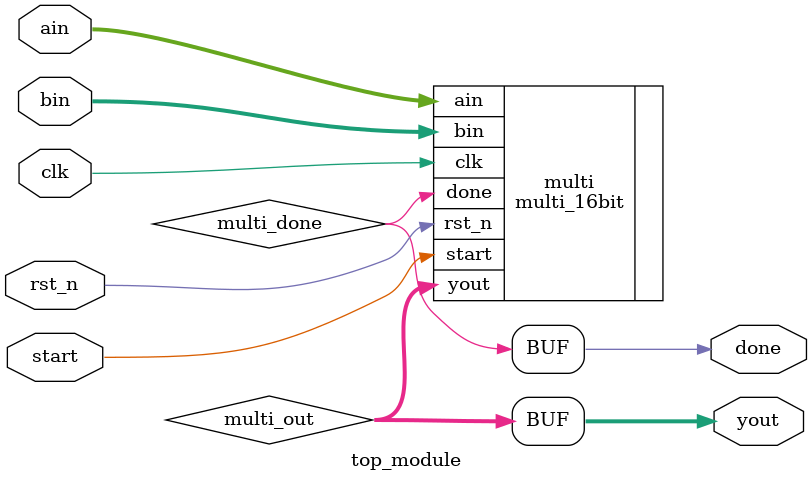
<source format=v>
module top_module(
    input clk,
    input rst_n,
    input start,
    input [15:0] ain,
    input [15:0] bin,
    output [31:0] yout,
    output done
);

wire [31:0] multi_out;
wire multi_done;

multi_16bit multi(
    .clk(clk),
    .rst_n(rst_n),
    .start(start),
    .ain(ain),
    .bin(bin),
    .yout(multi_out),
    .done(multi_done)
);

assign yout = multi_out;
assign done = multi_done;

endmodule
</source>
